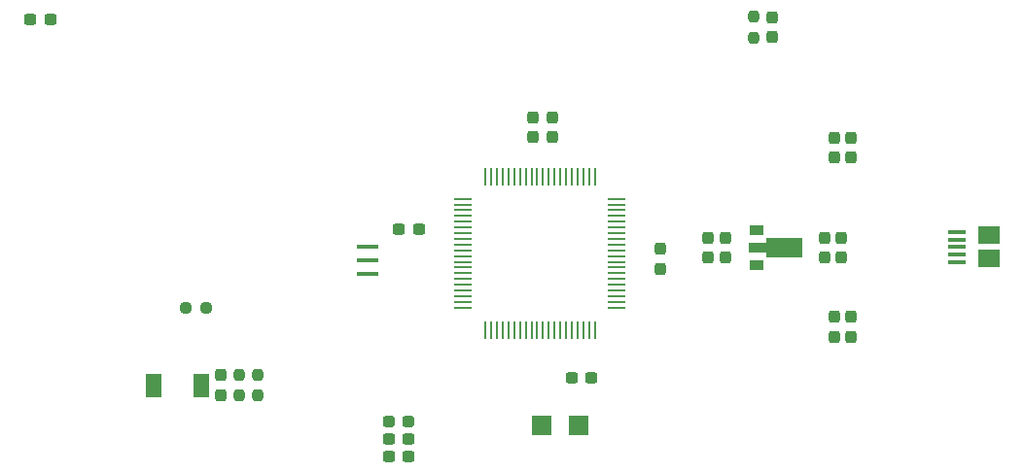
<source format=gtp>
G04 #@! TF.GenerationSoftware,KiCad,Pcbnew,(6.0.7)*
G04 #@! TF.CreationDate,2022-09-17T20:23:59+02:00*
G04 #@! TF.ProjectId,F5418,46353431-382e-46b6-9963-61645f706362,rev?*
G04 #@! TF.SameCoordinates,Original*
G04 #@! TF.FileFunction,Paste,Top*
G04 #@! TF.FilePolarity,Positive*
%FSLAX46Y46*%
G04 Gerber Fmt 4.6, Leading zero omitted, Abs format (unit mm)*
G04 Created by KiCad (PCBNEW (6.0.7)) date 2022-09-17 20:23:59*
%MOMM*%
%LPD*%
G01*
G04 APERTURE LIST*
G04 Aperture macros list*
%AMRoundRect*
0 Rectangle with rounded corners*
0 $1 Rounding radius*
0 $2 $3 $4 $5 $6 $7 $8 $9 X,Y pos of 4 corners*
0 Add a 4 corners polygon primitive as box body*
4,1,4,$2,$3,$4,$5,$6,$7,$8,$9,$2,$3,0*
0 Add four circle primitives for the rounded corners*
1,1,$1+$1,$2,$3*
1,1,$1+$1,$4,$5*
1,1,$1+$1,$6,$7*
1,1,$1+$1,$8,$9*
0 Add four rect primitives between the rounded corners*
20,1,$1+$1,$2,$3,$4,$5,0*
20,1,$1+$1,$4,$5,$6,$7,0*
20,1,$1+$1,$6,$7,$8,$9,0*
20,1,$1+$1,$8,$9,$2,$3,0*%
%AMFreePoly0*
4,1,9,3.862500,-0.866500,0.737500,-0.866500,0.737500,-0.450000,-0.737500,-0.450000,-0.737500,0.450000,0.737500,0.450000,0.737500,0.866500,3.862500,0.866500,3.862500,-0.866500,3.862500,-0.866500,$1*%
G04 Aperture macros list end*
%ADD10RoundRect,0.237500X0.300000X0.237500X-0.300000X0.237500X-0.300000X-0.237500X0.300000X-0.237500X0*%
%ADD11R,1.750000X1.800000*%
%ADD12RoundRect,0.237500X0.237500X-0.300000X0.237500X0.300000X-0.237500X0.300000X-0.237500X-0.300000X0*%
%ADD13RoundRect,0.237500X-0.287500X-0.237500X0.287500X-0.237500X0.287500X0.237500X-0.287500X0.237500X0*%
%ADD14R,1.300000X0.900000*%
%ADD15FreePoly0,0.000000*%
%ADD16RoundRect,0.237500X-0.237500X0.287500X-0.237500X-0.287500X0.237500X-0.287500X0.237500X0.287500X0*%
%ADD17RoundRect,0.237500X-0.237500X0.250000X-0.237500X-0.250000X0.237500X-0.250000X0.237500X0.250000X0*%
%ADD18RoundRect,0.237500X-0.237500X0.300000X-0.237500X-0.300000X0.237500X-0.300000X0.237500X0.300000X0*%
%ADD19R,1.550000X0.400000*%
%ADD20R,1.900000X1.500000*%
%ADD21RoundRect,0.237500X0.237500X-0.250000X0.237500X0.250000X-0.237500X0.250000X-0.237500X-0.250000X0*%
%ADD22R,1.400000X2.000000*%
%ADD23RoundRect,0.062500X0.062500X-0.675000X0.062500X0.675000X-0.062500X0.675000X-0.062500X-0.675000X0*%
%ADD24RoundRect,0.062500X0.675000X-0.062500X0.675000X0.062500X-0.675000X0.062500X-0.675000X-0.062500X0*%
%ADD25R,1.900000X0.400000*%
%ADD26RoundRect,0.237500X-0.300000X-0.237500X0.300000X-0.237500X0.300000X0.237500X-0.300000X0.237500X0*%
%ADD27RoundRect,0.237500X-0.250000X-0.237500X0.250000X-0.237500X0.250000X0.237500X-0.250000X0.237500X0*%
G04 APERTURE END LIST*
D10*
X126454500Y-101368000D03*
X124729500Y-101368000D03*
D11*
X137125000Y-118500000D03*
X140375000Y-118500000D03*
D12*
X163250000Y-103862500D03*
X163250000Y-102137500D03*
X151600000Y-103862500D03*
X151600000Y-102137500D03*
X153100000Y-103862500D03*
X153100000Y-102137500D03*
D13*
X123825000Y-118200000D03*
X125575000Y-118200000D03*
D14*
X155812500Y-101500000D03*
D15*
X155900000Y-103000000D03*
D14*
X155812500Y-104500000D03*
D16*
X157200000Y-82925000D03*
X157200000Y-84675000D03*
D17*
X155600000Y-82887500D03*
X155600000Y-84712500D03*
D18*
X164100000Y-109037500D03*
X164100000Y-110762500D03*
X164100000Y-93437500D03*
X164100000Y-95162500D03*
X162600000Y-93437500D03*
X162600000Y-95162500D03*
D19*
X173312500Y-104250000D03*
X173312500Y-103600000D03*
X173312500Y-102950000D03*
X173312500Y-102300000D03*
X173312500Y-101650000D03*
D20*
X176100000Y-103950000D03*
X176100000Y-101950000D03*
D18*
X109200000Y-114137500D03*
X109200000Y-115862500D03*
D21*
X110800000Y-115912500D03*
X110800000Y-114087500D03*
D18*
X162600000Y-109037500D03*
X162600000Y-110762500D03*
D22*
X103325000Y-115000000D03*
X107475000Y-115000000D03*
D12*
X136400000Y-93362500D03*
X136400000Y-91637500D03*
D10*
X141462500Y-114400000D03*
X139737500Y-114400000D03*
D18*
X147500000Y-103137500D03*
X147500000Y-104862500D03*
D12*
X138100000Y-93362500D03*
X138100000Y-91637500D03*
D23*
X132250000Y-110187500D03*
X132750000Y-110187500D03*
X133250000Y-110187500D03*
X133750000Y-110187500D03*
X134250000Y-110187500D03*
X134750000Y-110187500D03*
X135250000Y-110187500D03*
X135750000Y-110187500D03*
X136250000Y-110187500D03*
X136750000Y-110187500D03*
X137250000Y-110187500D03*
X137750000Y-110187500D03*
X138250000Y-110187500D03*
X138750000Y-110187500D03*
X139250000Y-110187500D03*
X139750000Y-110187500D03*
X140250000Y-110187500D03*
X140750000Y-110187500D03*
X141250000Y-110187500D03*
X141750000Y-110187500D03*
D24*
X143687500Y-108250000D03*
X143687500Y-107750000D03*
X143687500Y-107250000D03*
X143687500Y-106750000D03*
X143687500Y-106250000D03*
X143687500Y-105750000D03*
X143687500Y-105250000D03*
X143687500Y-104750000D03*
X143687500Y-104250000D03*
X143687500Y-103750000D03*
X143687500Y-103250000D03*
X143687500Y-102750000D03*
X143687500Y-102250000D03*
X143687500Y-101750000D03*
X143687500Y-101250000D03*
X143687500Y-100750000D03*
X143687500Y-100250000D03*
X143687500Y-99750000D03*
X143687500Y-99250000D03*
X143687500Y-98750000D03*
D23*
X141750000Y-96812500D03*
X141250000Y-96812500D03*
X140750000Y-96812500D03*
X140250000Y-96812500D03*
X139750000Y-96812500D03*
X139250000Y-96812500D03*
X138750000Y-96812500D03*
X138250000Y-96812500D03*
X137750000Y-96812500D03*
X137250000Y-96812500D03*
X136750000Y-96812500D03*
X136250000Y-96812500D03*
X135750000Y-96812500D03*
X135250000Y-96812500D03*
X134750000Y-96812500D03*
X134250000Y-96812500D03*
X133750000Y-96812500D03*
X133250000Y-96812500D03*
X132750000Y-96812500D03*
X132250000Y-96812500D03*
D24*
X130312500Y-98750000D03*
X130312500Y-99250000D03*
X130312500Y-99750000D03*
X130312500Y-100250000D03*
X130312500Y-100750000D03*
X130312500Y-101250000D03*
X130312500Y-101750000D03*
X130312500Y-102250000D03*
X130312500Y-102750000D03*
X130312500Y-103250000D03*
X130312500Y-103750000D03*
X130312500Y-104250000D03*
X130312500Y-104750000D03*
X130312500Y-105250000D03*
X130312500Y-105750000D03*
X130312500Y-106250000D03*
X130312500Y-106750000D03*
X130312500Y-107250000D03*
X130312500Y-107750000D03*
X130312500Y-108250000D03*
D25*
X121982000Y-102935000D03*
X121982000Y-104135000D03*
X121982000Y-105335000D03*
D12*
X161750000Y-103862500D03*
X161750000Y-102137500D03*
D26*
X123837500Y-119700000D03*
X125562500Y-119700000D03*
X123837500Y-121200000D03*
X125562500Y-121200000D03*
D10*
X94362500Y-83100000D03*
X92637500Y-83100000D03*
D17*
X112400000Y-114087500D03*
X112400000Y-115912500D03*
D27*
X106137500Y-108251400D03*
X107962500Y-108251400D03*
M02*

</source>
